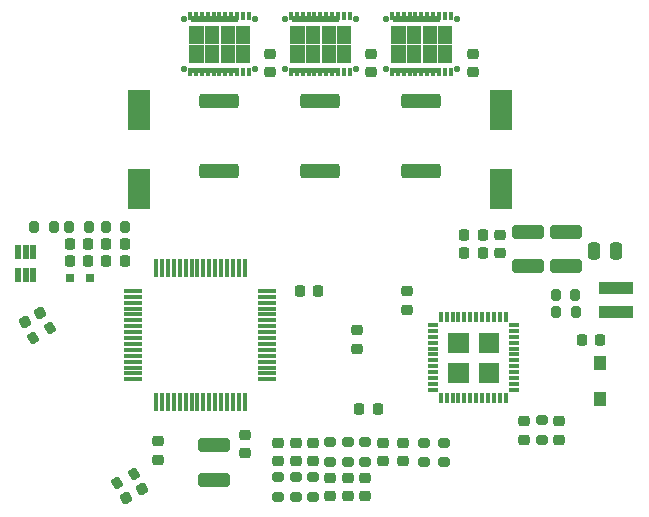
<source format=gbr>
%TF.GenerationSoftware,KiCad,Pcbnew,7.0.9*%
%TF.CreationDate,2023-12-12T05:21:09-05:00*%
%TF.ProjectId,MotorDriver,4d6f746f-7244-4726-9976-65722e6b6963,rev?*%
%TF.SameCoordinates,Original*%
%TF.FileFunction,Paste,Top*%
%TF.FilePolarity,Positive*%
%FSLAX46Y46*%
G04 Gerber Fmt 4.6, Leading zero omitted, Abs format (unit mm)*
G04 Created by KiCad (PCBNEW 7.0.9) date 2023-12-12 05:21:09*
%MOMM*%
%LPD*%
G01*
G04 APERTURE LIST*
G04 Aperture macros list*
%AMRoundRect*
0 Rectangle with rounded corners*
0 $1 Rounding radius*
0 $2 $3 $4 $5 $6 $7 $8 $9 X,Y pos of 4 corners*
0 Add a 4 corners polygon primitive as box body*
4,1,4,$2,$3,$4,$5,$6,$7,$8,$9,$2,$3,0*
0 Add four circle primitives for the rounded corners*
1,1,$1+$1,$2,$3*
1,1,$1+$1,$4,$5*
1,1,$1+$1,$6,$7*
1,1,$1+$1,$8,$9*
0 Add four rect primitives between the rounded corners*
20,1,$1+$1,$2,$3,$4,$5,0*
20,1,$1+$1,$4,$5,$6,$7,0*
20,1,$1+$1,$6,$7,$8,$9,0*
20,1,$1+$1,$8,$9,$2,$3,0*%
G04 Aperture macros list end*
%ADD10C,0.010000*%
%ADD11R,3.000000X1.000000*%
%ADD12R,1.092200X1.143000*%
%ADD13RoundRect,0.250000X0.250000X0.475000X-0.250000X0.475000X-0.250000X-0.475000X0.250000X-0.475000X0*%
%ADD14RoundRect,0.250000X1.100000X-0.325000X1.100000X0.325000X-1.100000X0.325000X-1.100000X-0.325000X0*%
%ADD15RoundRect,0.075000X-0.700000X-0.075000X0.700000X-0.075000X0.700000X0.075000X-0.700000X0.075000X0*%
%ADD16RoundRect,0.075000X-0.075000X-0.700000X0.075000X-0.700000X0.075000X0.700000X-0.075000X0.700000X0*%
%ADD17RoundRect,0.020000X0.180000X-0.575000X0.180000X0.575000X-0.180000X0.575000X-0.180000X-0.575000X0*%
%ADD18RoundRect,0.225000X0.250000X-0.225000X0.250000X0.225000X-0.250000X0.225000X-0.250000X-0.225000X0*%
%ADD19RoundRect,0.250000X-1.425000X0.362500X-1.425000X-0.362500X1.425000X-0.362500X1.425000X0.362500X0*%
%ADD20RoundRect,0.012500X-0.112500X-0.337500X0.112500X-0.337500X0.112500X0.337500X-0.112500X0.337500X0*%
%ADD21RoundRect,0.011250X-0.176250X0.203750X-0.176250X-0.203750X0.176250X-0.203750X0.176250X0.203750X0*%
%ADD22R,1.905000X3.352800*%
%ADD23RoundRect,0.225000X0.225000X0.250000X-0.225000X0.250000X-0.225000X-0.250000X0.225000X-0.250000X0*%
%ADD24RoundRect,0.225000X0.069856X0.329006X-0.319856X0.104006X-0.069856X-0.329006X0.319856X-0.104006X0*%
%ADD25RoundRect,0.200000X-0.200000X-0.275000X0.200000X-0.275000X0.200000X0.275000X-0.200000X0.275000X0*%
%ADD26RoundRect,0.225000X-0.250000X0.225000X-0.250000X-0.225000X0.250000X-0.225000X0.250000X0.225000X0*%
%ADD27RoundRect,0.225000X-0.225000X-0.250000X0.225000X-0.250000X0.225000X0.250000X-0.225000X0.250000X0*%
%ADD28RoundRect,0.200000X-0.275000X0.200000X-0.275000X-0.200000X0.275000X-0.200000X0.275000X0.200000X0*%
%ADD29RoundRect,0.200000X0.275000X-0.200000X0.275000X0.200000X-0.275000X0.200000X-0.275000X-0.200000X0*%
%ADD30RoundRect,0.218750X0.256250X-0.218750X0.256250X0.218750X-0.256250X0.218750X-0.256250X-0.218750X0*%
%ADD31RoundRect,0.200000X0.035705X0.338157X-0.310705X0.138157X-0.035705X-0.338157X0.310705X-0.138157X0*%
%ADD32RoundRect,0.218750X-0.256250X0.218750X-0.256250X-0.218750X0.256250X-0.218750X0.256250X0.218750X0*%
%ADD33RoundRect,0.200000X0.200000X0.275000X-0.200000X0.275000X-0.200000X-0.275000X0.200000X-0.275000X0*%
%ADD34RoundRect,0.007800X-0.122200X0.422200X-0.122200X-0.422200X0.122200X-0.422200X0.122200X0.422200X0*%
%ADD35RoundRect,0.007800X-0.422200X-0.122200X0.422200X-0.122200X0.422200X0.122200X-0.422200X0.122200X0*%
%ADD36R,0.655600X0.800000*%
G04 APERTURE END LIST*
%TO.C,U5*%
D10*
X93921304Y-113598084D02*
X90040534Y-113598084D01*
X90046304Y-113248084D01*
X93921304Y-113248084D01*
X93921304Y-113598084D01*
G36*
X93921304Y-113598084D02*
G01*
X90040534Y-113598084D01*
X90046304Y-113248084D01*
X93921304Y-113248084D01*
X93921304Y-113598084D01*
G37*
X91001304Y-115493084D02*
X89875434Y-115493084D01*
X89875434Y-114079584D01*
X91001304Y-114079584D01*
X91001304Y-115493084D01*
G36*
X91001304Y-115493084D02*
G01*
X89875434Y-115493084D01*
X89875434Y-114079584D01*
X91001304Y-114079584D01*
X91001304Y-115493084D01*
G37*
X92321304Y-115493084D02*
X91198784Y-115493084D01*
X91198784Y-114079944D01*
X92321304Y-114079944D01*
X92321304Y-115493084D01*
G36*
X92321304Y-115493084D02*
G01*
X91198784Y-115493084D01*
X91198784Y-114079944D01*
X92321304Y-114079944D01*
X92321304Y-115493084D01*
G37*
X94961304Y-115493084D02*
X93843644Y-115493084D01*
X93843644Y-114080574D01*
X94961304Y-114080574D01*
X94961304Y-115493084D01*
G36*
X94961304Y-115493084D02*
G01*
X93843644Y-115493084D01*
X93843644Y-114080574D01*
X94961304Y-114080574D01*
X94961304Y-115493084D01*
G37*
X93641304Y-115493084D02*
X92521401Y-115493084D01*
X92521401Y-114081614D01*
X93641304Y-114081614D01*
X93641304Y-115493084D01*
G36*
X93641304Y-115493084D02*
G01*
X92521401Y-115493084D01*
X92521401Y-114081614D01*
X93641304Y-114081614D01*
X93641304Y-115493084D01*
G37*
X91001304Y-117113084D02*
X89880484Y-117113084D01*
X89880484Y-115703118D01*
X91001304Y-115703118D01*
X91001304Y-117113084D01*
G36*
X91001304Y-117113084D02*
G01*
X89880484Y-117113084D01*
X89880484Y-115703118D01*
X91001304Y-115703118D01*
X91001304Y-117113084D01*
G37*
X93641304Y-117113084D02*
X92521504Y-117113084D01*
X92521504Y-115703294D01*
X93641304Y-115703294D01*
X93641304Y-117113084D01*
G36*
X93641304Y-117113084D02*
G01*
X92521504Y-117113084D01*
X92521504Y-115703294D01*
X93641304Y-115703294D01*
X93641304Y-117113084D01*
G37*
X94961304Y-117113084D02*
X93844884Y-117113084D01*
X93844884Y-115703348D01*
X94961304Y-115703348D01*
X94961304Y-117113084D01*
G36*
X94961304Y-117113084D02*
G01*
X93844884Y-117113084D01*
X93844884Y-115703348D01*
X94961304Y-115703348D01*
X94961304Y-117113084D01*
G37*
X92321304Y-117113084D02*
X91196804Y-117113084D01*
X91196804Y-115703471D01*
X92321304Y-115703471D01*
X92321304Y-117113084D01*
G36*
X92321304Y-117113084D02*
G01*
X91196804Y-117113084D01*
X91196804Y-115703471D01*
X92321304Y-115703471D01*
X92321304Y-117113084D01*
G37*
X93921304Y-117948084D02*
X90046304Y-117948084D01*
X90041614Y-117602024D01*
X93921304Y-117602024D01*
X93921304Y-117948084D01*
G36*
X93921304Y-117948084D02*
G01*
X90046304Y-117948084D01*
X90041614Y-117602024D01*
X93921304Y-117602024D01*
X93921304Y-117948084D01*
G37*
%TO.C,U8*%
X76820296Y-113598084D02*
X72939526Y-113598084D01*
X72945296Y-113248084D01*
X76820296Y-113248084D01*
X76820296Y-113598084D01*
G36*
X76820296Y-113598084D02*
G01*
X72939526Y-113598084D01*
X72945296Y-113248084D01*
X76820296Y-113248084D01*
X76820296Y-113598084D01*
G37*
X73900296Y-115493084D02*
X72774426Y-115493084D01*
X72774426Y-114079584D01*
X73900296Y-114079584D01*
X73900296Y-115493084D01*
G36*
X73900296Y-115493084D02*
G01*
X72774426Y-115493084D01*
X72774426Y-114079584D01*
X73900296Y-114079584D01*
X73900296Y-115493084D01*
G37*
X75220296Y-115493084D02*
X74097776Y-115493084D01*
X74097776Y-114079944D01*
X75220296Y-114079944D01*
X75220296Y-115493084D01*
G36*
X75220296Y-115493084D02*
G01*
X74097776Y-115493084D01*
X74097776Y-114079944D01*
X75220296Y-114079944D01*
X75220296Y-115493084D01*
G37*
X77860296Y-115493084D02*
X76742636Y-115493084D01*
X76742636Y-114080574D01*
X77860296Y-114080574D01*
X77860296Y-115493084D01*
G36*
X77860296Y-115493084D02*
G01*
X76742636Y-115493084D01*
X76742636Y-114080574D01*
X77860296Y-114080574D01*
X77860296Y-115493084D01*
G37*
X76540296Y-115493084D02*
X75420393Y-115493084D01*
X75420393Y-114081614D01*
X76540296Y-114081614D01*
X76540296Y-115493084D01*
G36*
X76540296Y-115493084D02*
G01*
X75420393Y-115493084D01*
X75420393Y-114081614D01*
X76540296Y-114081614D01*
X76540296Y-115493084D01*
G37*
X73900296Y-117113084D02*
X72779476Y-117113084D01*
X72779476Y-115703118D01*
X73900296Y-115703118D01*
X73900296Y-117113084D01*
G36*
X73900296Y-117113084D02*
G01*
X72779476Y-117113084D01*
X72779476Y-115703118D01*
X73900296Y-115703118D01*
X73900296Y-117113084D01*
G37*
X76540296Y-117113084D02*
X75420496Y-117113084D01*
X75420496Y-115703294D01*
X76540296Y-115703294D01*
X76540296Y-117113084D01*
G36*
X76540296Y-117113084D02*
G01*
X75420496Y-117113084D01*
X75420496Y-115703294D01*
X76540296Y-115703294D01*
X76540296Y-117113084D01*
G37*
X77860296Y-117113084D02*
X76743876Y-117113084D01*
X76743876Y-115703348D01*
X77860296Y-115703348D01*
X77860296Y-117113084D01*
G36*
X77860296Y-117113084D02*
G01*
X76743876Y-117113084D01*
X76743876Y-115703348D01*
X77860296Y-115703348D01*
X77860296Y-117113084D01*
G37*
X75220296Y-117113084D02*
X74095796Y-117113084D01*
X74095796Y-115703471D01*
X75220296Y-115703471D01*
X75220296Y-117113084D01*
G36*
X75220296Y-117113084D02*
G01*
X74095796Y-117113084D01*
X74095796Y-115703471D01*
X75220296Y-115703471D01*
X75220296Y-117113084D01*
G37*
X76820296Y-117948084D02*
X72945296Y-117948084D01*
X72940606Y-117602024D01*
X76820296Y-117602024D01*
X76820296Y-117948084D01*
G36*
X76820296Y-117948084D02*
G01*
X72945296Y-117948084D01*
X72940606Y-117602024D01*
X76820296Y-117602024D01*
X76820296Y-117948084D01*
G37*
%TO.C,U6*%
X85370800Y-113598084D02*
X81490030Y-113598084D01*
X81495800Y-113248084D01*
X85370800Y-113248084D01*
X85370800Y-113598084D01*
G36*
X85370800Y-113598084D02*
G01*
X81490030Y-113598084D01*
X81495800Y-113248084D01*
X85370800Y-113248084D01*
X85370800Y-113598084D01*
G37*
X82450800Y-115493084D02*
X81324930Y-115493084D01*
X81324930Y-114079584D01*
X82450800Y-114079584D01*
X82450800Y-115493084D01*
G36*
X82450800Y-115493084D02*
G01*
X81324930Y-115493084D01*
X81324930Y-114079584D01*
X82450800Y-114079584D01*
X82450800Y-115493084D01*
G37*
X83770800Y-115493084D02*
X82648280Y-115493084D01*
X82648280Y-114079944D01*
X83770800Y-114079944D01*
X83770800Y-115493084D01*
G36*
X83770800Y-115493084D02*
G01*
X82648280Y-115493084D01*
X82648280Y-114079944D01*
X83770800Y-114079944D01*
X83770800Y-115493084D01*
G37*
X86410800Y-115493084D02*
X85293140Y-115493084D01*
X85293140Y-114080574D01*
X86410800Y-114080574D01*
X86410800Y-115493084D01*
G36*
X86410800Y-115493084D02*
G01*
X85293140Y-115493084D01*
X85293140Y-114080574D01*
X86410800Y-114080574D01*
X86410800Y-115493084D01*
G37*
X85090800Y-115493084D02*
X83970897Y-115493084D01*
X83970897Y-114081614D01*
X85090800Y-114081614D01*
X85090800Y-115493084D01*
G36*
X85090800Y-115493084D02*
G01*
X83970897Y-115493084D01*
X83970897Y-114081614D01*
X85090800Y-114081614D01*
X85090800Y-115493084D01*
G37*
X82450800Y-117113084D02*
X81329980Y-117113084D01*
X81329980Y-115703118D01*
X82450800Y-115703118D01*
X82450800Y-117113084D01*
G36*
X82450800Y-117113084D02*
G01*
X81329980Y-117113084D01*
X81329980Y-115703118D01*
X82450800Y-115703118D01*
X82450800Y-117113084D01*
G37*
X85090800Y-117113084D02*
X83971000Y-117113084D01*
X83971000Y-115703294D01*
X85090800Y-115703294D01*
X85090800Y-117113084D01*
G36*
X85090800Y-117113084D02*
G01*
X83971000Y-117113084D01*
X83971000Y-115703294D01*
X85090800Y-115703294D01*
X85090800Y-117113084D01*
G37*
X86410800Y-117113084D02*
X85294380Y-117113084D01*
X85294380Y-115703348D01*
X86410800Y-115703348D01*
X86410800Y-117113084D01*
G36*
X86410800Y-117113084D02*
G01*
X85294380Y-117113084D01*
X85294380Y-115703348D01*
X86410800Y-115703348D01*
X86410800Y-117113084D01*
G37*
X83770800Y-117113084D02*
X82646300Y-117113084D01*
X82646300Y-115703471D01*
X83770800Y-115703471D01*
X83770800Y-117113084D01*
G36*
X83770800Y-117113084D02*
G01*
X82646300Y-117113084D01*
X82646300Y-115703471D01*
X83770800Y-115703471D01*
X83770800Y-117113084D01*
G37*
X85370800Y-117948084D02*
X81495800Y-117948084D01*
X81491110Y-117602024D01*
X85370800Y-117602024D01*
X85370800Y-117948084D01*
G36*
X85370800Y-117948084D02*
G01*
X81495800Y-117948084D01*
X81491110Y-117602024D01*
X85370800Y-117602024D01*
X85370800Y-117948084D01*
G37*
%TO.C,U4*%
X98910381Y-141640000D02*
X97290381Y-141640000D01*
X97290381Y-140020000D01*
X98910381Y-140020000D01*
X98910381Y-141640000D01*
G36*
X98910381Y-141640000D02*
G01*
X97290381Y-141640000D01*
X97290381Y-140020000D01*
X98910381Y-140020000D01*
X98910381Y-141640000D01*
G37*
X96330381Y-141640000D02*
X94710381Y-141640000D01*
X94710381Y-140020000D01*
X96330381Y-140020000D01*
X96330381Y-141640000D01*
G36*
X96330381Y-141640000D02*
G01*
X94710381Y-141640000D01*
X94710381Y-140020000D01*
X96330381Y-140020000D01*
X96330381Y-141640000D01*
G37*
X98910381Y-144220000D02*
X97290381Y-144220000D01*
X97290381Y-142600000D01*
X98910381Y-142600000D01*
X98910381Y-144220000D01*
G36*
X98910381Y-144220000D02*
G01*
X97290381Y-144220000D01*
X97290381Y-142600000D01*
X98910381Y-142600000D01*
X98910381Y-144220000D01*
G37*
X96330381Y-144220000D02*
X94710381Y-144220000D01*
X94710381Y-142600000D01*
X96330381Y-142600000D01*
X96330381Y-144220000D01*
G36*
X96330381Y-144220000D02*
G01*
X94710381Y-144220000D01*
X94710381Y-142600000D01*
X96330381Y-142600000D01*
X96330381Y-144220000D01*
G37*
%TD*%
D11*
%TO.C,L2*%
X108889800Y-138236200D03*
X108889800Y-136236200D03*
%TD*%
D12*
%TO.C,D5*%
X107543600Y-142608300D03*
X107543600Y-145681700D03*
%TD*%
D13*
%TO.C,C23*%
X108900000Y-133070600D03*
X107000000Y-133070600D03*
%TD*%
D14*
%TO.C,C14*%
X104622600Y-134418600D03*
X104622600Y-131468600D03*
%TD*%
%TO.C,C13*%
X101422200Y-134418600D03*
X101422200Y-131468600D03*
%TD*%
%TO.C,C11*%
X74853800Y-152528800D03*
X74853800Y-149578800D03*
%TD*%
D15*
%TO.C,U1*%
X68035800Y-136483400D03*
X68035800Y-136983400D03*
X68035800Y-137483400D03*
X68035800Y-137983400D03*
X68035800Y-138483400D03*
X68035800Y-138983400D03*
X68035800Y-139483400D03*
X68035800Y-139983400D03*
X68035800Y-140483400D03*
X68035800Y-140983400D03*
X68035800Y-141483400D03*
X68035800Y-141983400D03*
X68035800Y-142483400D03*
X68035800Y-142983400D03*
X68035800Y-143483400D03*
X68035800Y-143983400D03*
D16*
X69960800Y-145908400D03*
X70460800Y-145908400D03*
X70960800Y-145908400D03*
X71460800Y-145908400D03*
X71960800Y-145908400D03*
X72460800Y-145908400D03*
X72960800Y-145908400D03*
X73460800Y-145908400D03*
X73960800Y-145908400D03*
X74460800Y-145908400D03*
X74960800Y-145908400D03*
X75460800Y-145908400D03*
X75960800Y-145908400D03*
X76460800Y-145908400D03*
X76960800Y-145908400D03*
X77460800Y-145908400D03*
D15*
X79385800Y-143983400D03*
X79385800Y-143483400D03*
X79385800Y-142983400D03*
X79385800Y-142483400D03*
X79385800Y-141983400D03*
X79385800Y-141483400D03*
X79385800Y-140983400D03*
X79385800Y-140483400D03*
X79385800Y-139983400D03*
X79385800Y-139483400D03*
X79385800Y-138983400D03*
X79385800Y-138483400D03*
X79385800Y-137983400D03*
X79385800Y-137483400D03*
X79385800Y-136983400D03*
X79385800Y-136483400D03*
D16*
X77460800Y-134558400D03*
X76960800Y-134558400D03*
X76460800Y-134558400D03*
X75960800Y-134558400D03*
X75460800Y-134558400D03*
X74960800Y-134558400D03*
X74460800Y-134558400D03*
X73960800Y-134558400D03*
X73460800Y-134558400D03*
X72960800Y-134558400D03*
X72460800Y-134558400D03*
X71960800Y-134558400D03*
X71460800Y-134558400D03*
X70960800Y-134558400D03*
X70460800Y-134558400D03*
X69960800Y-134558400D03*
%TD*%
D17*
%TO.C,U7*%
X58252600Y-135141800D03*
X58902600Y-135141800D03*
X59552600Y-135141800D03*
X59552600Y-133221800D03*
X58902600Y-133221800D03*
X58252600Y-133221800D03*
%TD*%
D18*
%TO.C,C4*%
X70129400Y-150787400D03*
X70129400Y-149237400D03*
%TD*%
D19*
%TO.C,R23*%
X83870800Y-120430700D03*
X83870800Y-126355700D03*
%TD*%
D20*
%TO.C,U5*%
X94921304Y-113248084D03*
X94421304Y-113248084D03*
X93921304Y-113248084D03*
X93421304Y-113248084D03*
X92921304Y-113248084D03*
X92421304Y-113248084D03*
X91921304Y-113248084D03*
X91421304Y-113248084D03*
X90921304Y-113248084D03*
X90421304Y-113248084D03*
X89921304Y-113248084D03*
X89921304Y-117948084D03*
X90421304Y-117948084D03*
X90921304Y-117948084D03*
X91421304Y-117948084D03*
X91921304Y-117948084D03*
X92421304Y-117948084D03*
X92921304Y-117948084D03*
X93421304Y-117948084D03*
X93921304Y-117948084D03*
X94421304Y-117948084D03*
X94921304Y-117948084D03*
D21*
X95434304Y-113483084D03*
X89408304Y-113483084D03*
X89408304Y-117713084D03*
X95434304Y-117713084D03*
%TD*%
D22*
%TO.C,C27*%
X68503800Y-121183400D03*
X68503800Y-127838200D03*
%TD*%
D23*
%TO.C,C15*%
X97599800Y-131749800D03*
X96049800Y-131749800D03*
%TD*%
D24*
%TO.C,C1*%
X60167670Y-138369211D03*
X58825330Y-139144211D03*
%TD*%
D19*
%TO.C,R26*%
X75320296Y-120430700D03*
X75320296Y-126355700D03*
%TD*%
D25*
%TO.C,R12*%
X103823000Y-138277600D03*
X105473000Y-138277600D03*
%TD*%
D26*
%TO.C,C31*%
X84709000Y-152336200D03*
X84709000Y-153886200D03*
%TD*%
D24*
%TO.C,C2*%
X68765570Y-153261210D03*
X67423230Y-154036210D03*
%TD*%
D25*
%TO.C,R16*%
X59627000Y-131038600D03*
X61277000Y-131038600D03*
%TD*%
D22*
%TO.C,C26*%
X99161600Y-121183400D03*
X99161600Y-127838200D03*
%TD*%
D26*
%TO.C,C32*%
X88138000Y-116420600D03*
X88138000Y-117970600D03*
%TD*%
D27*
%TO.C,C17*%
X96049800Y-133273800D03*
X97599800Y-133273800D03*
%TD*%
D26*
%TO.C,C20*%
X91186000Y-136537400D03*
X91186000Y-138087400D03*
%TD*%
D28*
%TO.C,R20*%
X84709000Y-149314400D03*
X84709000Y-150964400D03*
%TD*%
D29*
%TO.C,R10*%
X94361000Y-150977600D03*
X94361000Y-149327600D03*
%TD*%
D28*
%TO.C,R3*%
X80289400Y-152286200D03*
X80289400Y-153936200D03*
%TD*%
D23*
%TO.C,C6*%
X83706000Y-136499600D03*
X82156000Y-136499600D03*
%TD*%
%TO.C,C8*%
X64224200Y-133985000D03*
X62674200Y-133985000D03*
%TD*%
D26*
%TO.C,C28*%
X87655400Y-152336200D03*
X87655400Y-153886200D03*
%TD*%
D18*
%TO.C,C22*%
X86969600Y-141389401D03*
X86969600Y-139839401D03*
%TD*%
D28*
%TO.C,R18*%
X87655400Y-149314400D03*
X87655400Y-150964400D03*
%TD*%
D18*
%TO.C,C18*%
X99060000Y-133286800D03*
X99060000Y-131736800D03*
%TD*%
D30*
%TO.C,D1*%
X83235800Y-150926900D03*
X83235800Y-149351900D03*
%TD*%
D20*
%TO.C,U8*%
X77820296Y-113248084D03*
X77320296Y-113248084D03*
X76820296Y-113248084D03*
X76320296Y-113248084D03*
X75820296Y-113248084D03*
X75320296Y-113248084D03*
X74820296Y-113248084D03*
X74320296Y-113248084D03*
X73820296Y-113248084D03*
X73320296Y-113248084D03*
X72820296Y-113248084D03*
X72820296Y-117948084D03*
X73320296Y-117948084D03*
X73820296Y-117948084D03*
X74320296Y-117948084D03*
X74820296Y-117948084D03*
X75320296Y-117948084D03*
X75820296Y-117948084D03*
X76320296Y-117948084D03*
X76820296Y-117948084D03*
X77320296Y-117948084D03*
X77820296Y-117948084D03*
D21*
X78333296Y-113483084D03*
X72307296Y-113483084D03*
X72307296Y-117713084D03*
X78333296Y-117713084D03*
%TD*%
D26*
%TO.C,C34*%
X79603600Y-116395200D03*
X79603600Y-117945200D03*
%TD*%
D25*
%TO.C,R17*%
X62612000Y-131038600D03*
X64262000Y-131038600D03*
%TD*%
D27*
%TO.C,C7*%
X65747600Y-132511800D03*
X67297600Y-132511800D03*
%TD*%
D28*
%TO.C,R27*%
X102590600Y-147460200D03*
X102590600Y-149110200D03*
%TD*%
D30*
%TO.C,D4*%
X90886066Y-150920100D03*
X90886066Y-149345100D03*
%TD*%
D31*
%TO.C,R5*%
X68072271Y-151960382D03*
X66643329Y-152785382D03*
%TD*%
D27*
%TO.C,C21*%
X105993600Y-140614400D03*
X107543600Y-140614400D03*
%TD*%
D26*
%TO.C,C12*%
X89128600Y-149377600D03*
X89128600Y-150927600D03*
%TD*%
D20*
%TO.C,U6*%
X86370800Y-113248084D03*
X85870800Y-113248084D03*
X85370800Y-113248084D03*
X84870800Y-113248084D03*
X84370800Y-113248084D03*
X83870800Y-113248084D03*
X83370800Y-113248084D03*
X82870800Y-113248084D03*
X82370800Y-113248084D03*
X81870800Y-113248084D03*
X81370800Y-113248084D03*
X81370800Y-117948084D03*
X81870800Y-117948084D03*
X82370800Y-117948084D03*
X82870800Y-117948084D03*
X83370800Y-117948084D03*
X83870800Y-117948084D03*
X84370800Y-117948084D03*
X84870800Y-117948084D03*
X85370800Y-117948084D03*
X85870800Y-117948084D03*
X86370800Y-117948084D03*
D21*
X86883800Y-113483084D03*
X80857800Y-113483084D03*
X80857800Y-117713084D03*
X86883800Y-117713084D03*
%TD*%
D26*
%TO.C,C24*%
X96748600Y-116420600D03*
X96748600Y-117970600D03*
%TD*%
D29*
%TO.C,R9*%
X92643532Y-150977600D03*
X92643532Y-149327600D03*
%TD*%
D26*
%TO.C,C16*%
X101092000Y-147522600D03*
X101092000Y-149072600D03*
%TD*%
D28*
%TO.C,R2*%
X81762600Y-152286200D03*
X81762600Y-153936200D03*
%TD*%
D27*
%TO.C,C19*%
X87159800Y-146456401D03*
X88709800Y-146456401D03*
%TD*%
D32*
%TO.C,D6*%
X104063800Y-147497800D03*
X104063800Y-149072800D03*
%TD*%
D27*
%TO.C,C3*%
X65747600Y-133985000D03*
X67297600Y-133985000D03*
%TD*%
D31*
%TO.C,R4*%
X60947571Y-139620039D03*
X59518629Y-140445039D03*
%TD*%
D26*
%TO.C,C29*%
X86182200Y-152336200D03*
X86182200Y-153886200D03*
%TD*%
D33*
%TO.C,R11*%
X105447600Y-136804400D03*
X103797600Y-136804400D03*
%TD*%
D34*
%TO.C,U4*%
X99560381Y-138685000D03*
X99060381Y-138685000D03*
X98560381Y-138685000D03*
X98060381Y-138685000D03*
X97560381Y-138685000D03*
X97060381Y-138685000D03*
X96560381Y-138685000D03*
X96060381Y-138685000D03*
X95560381Y-138685000D03*
X95060381Y-138685000D03*
X94560381Y-138685000D03*
X94060381Y-138685000D03*
D35*
X93375381Y-139370000D03*
X93375381Y-139870000D03*
X93375381Y-140370000D03*
X93375381Y-140870000D03*
X93375381Y-141370000D03*
X93375381Y-141870000D03*
X93375381Y-142370000D03*
X93375381Y-142870000D03*
X93375381Y-143370000D03*
X93375381Y-143870000D03*
X93375381Y-144370000D03*
X93375381Y-144870000D03*
D34*
X94060381Y-145555000D03*
X94560381Y-145555000D03*
X95060381Y-145555000D03*
X95560381Y-145555000D03*
X96060381Y-145555000D03*
X96560381Y-145555000D03*
X97060381Y-145555000D03*
X97560381Y-145555000D03*
X98060381Y-145555000D03*
X98560381Y-145555000D03*
X99060381Y-145555000D03*
X99560381Y-145555000D03*
D35*
X100245381Y-144870000D03*
X100245381Y-144370000D03*
X100245381Y-143870000D03*
X100245381Y-143370000D03*
X100245381Y-142870000D03*
X100245381Y-142370000D03*
X100245381Y-141870000D03*
X100245381Y-141370000D03*
X100245381Y-140870000D03*
X100245381Y-140370000D03*
X100245381Y-139870000D03*
X100245381Y-139370000D03*
%TD*%
D36*
%TO.C,L1*%
X62674200Y-135432800D03*
X64329800Y-135432800D03*
%TD*%
D27*
%TO.C,C30*%
X62674200Y-132511800D03*
X64224200Y-132511800D03*
%TD*%
D19*
%TO.C,R15*%
X92421304Y-120430700D03*
X92421304Y-126355700D03*
%TD*%
D28*
%TO.C,R1*%
X83235800Y-152286200D03*
X83235800Y-153936200D03*
%TD*%
D33*
%TO.C,R6*%
X67335400Y-131038600D03*
X65685400Y-131038600D03*
%TD*%
D30*
%TO.C,D3*%
X80289400Y-150926900D03*
X80289400Y-149351900D03*
%TD*%
D18*
%TO.C,C5*%
X77495400Y-150241600D03*
X77495400Y-148691600D03*
%TD*%
D28*
%TO.C,R19*%
X86182200Y-149314400D03*
X86182200Y-150964400D03*
%TD*%
D30*
%TO.C,D2*%
X81762600Y-150926900D03*
X81762600Y-149351900D03*
%TD*%
M02*

</source>
